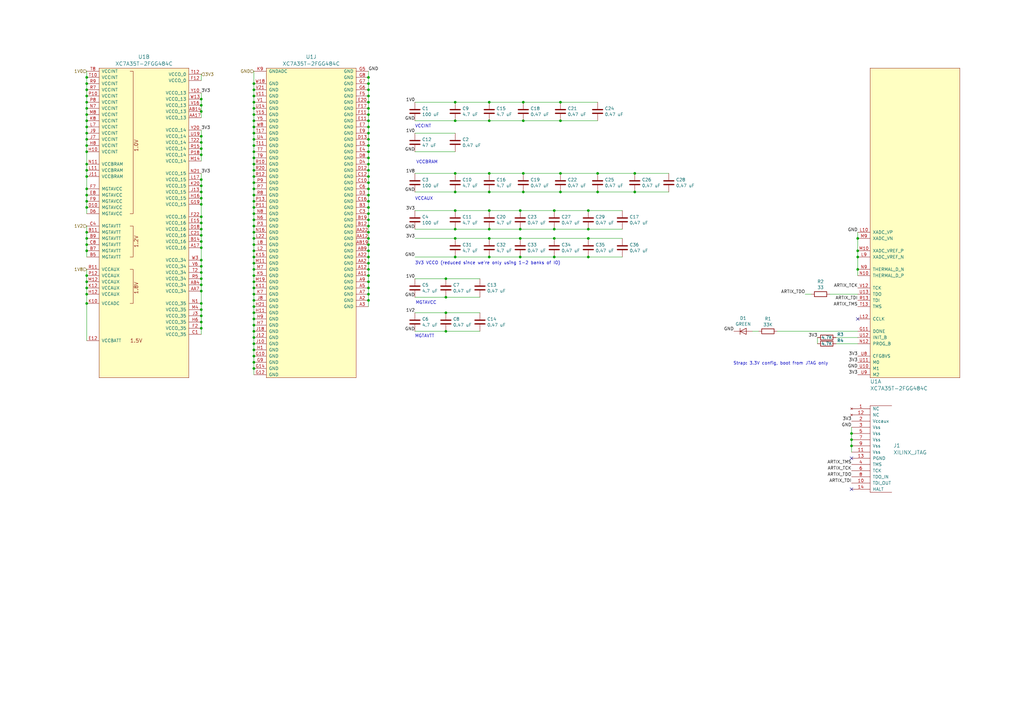
<source format=kicad_sch>
(kicad_sch (version 20231120) (generator "eeschema") (generator_version "8.0")
  (paper "A3")
  (title_block (title "Andrew D. Zonenberg") (date "2025-01-10") (rev "0.1") (company "Antikernel Labs"))
  (junction (at 213.36 86.36))
  (junction (at 245.11 78.74))
  (junction (at 82.55 132.08))
  (junction (at 104.14 135.89))
  (junction (at 182.88 114.3))
  (junction (at 35.56 67.31))
  (junction (at 349.25 182.88))
  (junction (at 151.13 57.15))
  (junction (at 35.56 102.87))
  (junction (at 151.13 113.03))
  (junction (at 104.14 54.61))
  (junction (at 104.14 128.27))
  (junction (at 151.13 87.63))
  (junction (at 151.13 39.37))
  (junction (at 151.13 34.29))
  (junction (at 104.14 77.47))
  (junction (at 213.36 97.79))
  (junction (at 35.56 77.47))
  (junction (at 151.13 85.09))
  (junction (at 151.13 54.61))
  (junction (at 151.13 110.49))
  (junction (at 245.11 71.12))
  (junction (at 35.56 95.25))
  (junction (at 82.55 40.64))
  (junction (at 186.69 93.98))
  (junction (at 35.56 52.07))
  (junction (at 82.55 96.52))
  (junction (at 151.13 123.19))
  (junction (at 229.87 78.74))
  (junction (at 104.14 46.99))
  (junction (at 104.14 62.23))
  (junction (at 82.55 119.38))
  (junction (at 151.13 31.75))
  (junction (at 200.66 78.74))
  (junction (at 200.66 41.91))
  (junction (at 241.3 93.98))
  (junction (at 151.13 105.41))
  (junction (at 186.69 97.79))
  (junction (at 214.63 78.74))
  (junction (at 104.14 92.71))
  (junction (at 35.56 59.69))
  (junction (at 35.56 31.75))
  (junction (at 104.14 74.93))
  (junction (at 104.14 52.07))
  (junction (at 104.14 44.45))
  (junction (at 104.14 87.63))
  (junction (at 151.13 46.99))
  (junction (at 151.13 49.53))
  (junction (at 82.55 99.06))
  (junction (at 82.55 116.84))
  (junction (at 104.14 107.95))
  (junction (at 35.56 34.29))
  (junction (at 35.56 80.01))
  (junction (at 151.13 118.11))
  (junction (at 104.14 118.11))
  (junction (at 260.35 71.12))
  (junction (at 151.13 36.83))
  (junction (at 82.55 76.2))
  (junction (at 104.14 41.91))
  (junction (at 186.69 78.74))
  (junction (at 104.14 148.59))
  (junction (at 200.66 86.36))
  (junction (at 82.55 124.46))
  (junction (at 151.13 95.25))
  (junction (at 104.14 105.41))
  (junction (at 104.14 97.79))
  (junction (at 82.55 58.42))
  (junction (at 104.14 36.83))
  (junction (at 227.33 97.79))
  (junction (at 186.69 86.36))
  (junction (at 104.14 85.09))
  (junction (at 214.63 41.91))
  (junction (at 104.14 140.97))
  (junction (at 241.3 105.41))
  (junction (at 104.14 151.13))
  (junction (at 104.14 138.43))
  (junction (at 351.79 105.41))
  (junction (at 200.66 49.53))
  (junction (at 35.56 49.53))
  (junction (at 104.14 123.19))
  (junction (at 351.79 97.79))
  (junction (at 151.13 102.87))
  (junction (at 82.55 134.62))
  (junction (at 151.13 59.69))
  (junction (at 35.56 118.11))
  (junction (at 104.14 102.87))
  (junction (at 213.36 105.41))
  (junction (at 35.56 46.99))
  (junction (at 104.14 130.81))
  (junction (at 82.55 129.54))
  (junction (at 227.33 105.41))
  (junction (at 151.13 97.79))
  (junction (at 229.87 49.53))
  (junction (at 35.56 82.55))
  (junction (at 82.55 73.66))
  (junction (at 104.14 67.31))
  (junction (at 349.25 177.8))
  (junction (at 151.13 41.91))
  (junction (at 104.14 34.29))
  (junction (at 35.56 39.37))
  (junction (at 104.14 133.35))
  (junction (at 151.13 72.39))
  (junction (at 151.13 77.47))
  (junction (at 151.13 67.31))
  (junction (at 104.14 80.01))
  (junction (at 104.14 125.73))
  (junction (at 35.56 72.39))
  (junction (at 241.3 86.36))
  (junction (at 200.66 93.98))
  (junction (at 82.55 101.6))
  (junction (at 82.55 88.9))
  (junction (at 104.14 143.51))
  (junction (at 35.56 85.09))
  (junction (at 151.13 64.77))
  (junction (at 35.56 44.45))
  (junction (at 35.56 100.33))
  (junction (at 349.25 180.34))
  (junction (at 82.55 60.96))
  (junction (at 182.88 135.89))
  (junction (at 82.55 55.88))
  (junction (at 82.55 111.76))
  (junction (at 82.55 81.28))
  (junction (at 104.14 95.25))
  (junction (at 82.55 91.44))
  (junction (at 151.13 62.23))
  (junction (at 82.55 78.74))
  (junction (at 214.63 49.53))
  (junction (at 82.55 45.72))
  (junction (at 104.14 100.33))
  (junction (at 104.14 110.49))
  (junction (at 200.66 71.12))
  (junction (at 35.56 62.23))
  (junction (at 35.56 41.91))
  (junction (at 151.13 82.55))
  (junction (at 35.56 69.85))
  (junction (at 260.35 78.74))
  (junction (at 186.69 105.41))
  (junction (at 104.14 115.57))
  (junction (at 82.55 93.98))
  (junction (at 104.14 146.05))
  (junction (at 35.56 124.46))
  (junction (at 104.14 57.15))
  (junction (at 182.88 128.27))
  (junction (at 104.14 72.39))
  (junction (at 200.66 97.79))
  (junction (at 35.56 57.15))
  (junction (at 82.55 127))
  (junction (at 35.56 120.65))
  (junction (at 151.13 120.65))
  (junction (at 227.33 86.36))
  (junction (at 229.87 71.12))
  (junction (at 227.33 93.98))
  (junction (at 35.56 36.83))
  (junction (at 35.56 54.61))
  (junction (at 104.14 90.17))
  (junction (at 104.14 64.77))
  (junction (at 151.13 80.01))
  (junction (at 82.55 114.3))
  (junction (at 182.88 121.92))
  (junction (at 82.55 106.68))
  (junction (at 104.14 113.03))
  (junction (at 35.56 115.57))
  (junction (at 35.56 97.79))
  (junction (at 35.56 113.03))
  (junction (at 151.13 100.33))
  (junction (at 104.14 59.69))
  (junction (at 151.13 52.07))
  (junction (at 104.14 120.65))
  (junction (at 213.36 93.98))
  (junction (at 186.69 41.91))
  (junction (at 214.63 71.12))
  (junction (at 229.87 41.91))
  (junction (at 104.14 69.85))
  (junction (at 151.13 74.93))
  (junction (at 151.13 107.95))
  (junction (at 104.14 39.37))
  (junction (at 151.13 90.17))
  (junction (at 104.14 49.53))
  (junction (at 241.3 97.79))
  (junction (at 82.55 43.18))
  (junction (at 82.55 109.22))
  (junction (at 351.79 102.87))
  (junction (at 151.13 115.57))
  (junction (at 151.13 44.45))
  (junction (at 82.55 83.82))
  (junction (at 186.69 49.53))
  (junction (at 151.13 69.85))
  (junction (at 104.14 82.55))
  (junction (at 200.66 105.41))
  (junction (at 186.69 71.12))
  (junction (at 82.55 63.5))
  (junction (at 151.13 92.71))
  (junction (at 351.79 110.49))
  (no_connect (at 349.25 187.96))
  (no_connect (at 349.25 200.66))
  (no_connect (at 351.79 130.81))
  (wire (pts (xy 213.36 93.98) (xy 227.33 93.98)))
  (wire (pts (xy 104.14 120.65) (xy 104.14 123.19)))
  (wire (pts (xy 104.14 113.03) (xy 104.14 115.57)))
  (wire (pts (xy 200.66 93.98) (xy 213.36 93.98)))
  (wire (pts (xy 241.3 97.79) (xy 255.27 97.79)))
  (wire (pts (xy 351.79 97.79) (xy 351.79 102.87)))
  (wire (pts (xy 104.14 102.87) (xy 104.14 105.41)))
  (wire (pts (xy 151.13 90.17) (xy 151.13 92.71)))
  (wire (pts (xy 104.14 100.33) (xy 104.14 102.87)))
  (wire (pts (xy 170.18 121.92) (xy 182.88 121.92)))
  (wire (pts (xy 104.14 34.29) (xy 104.14 36.83)))
  (wire (pts (xy 104.14 77.47) (xy 104.14 80.01)))
  (wire (pts (xy 151.13 115.57) (xy 151.13 118.11)))
  (wire (pts (xy 308.61 135.89) (xy 311.15 135.89)))
  (wire (pts (xy 104.14 128.27) (xy 104.14 130.81)))
  (wire (pts (xy 170.18 54.61) (xy 186.69 54.61)))
  (wire (pts (xy 151.13 120.65) (xy 151.13 123.19)))
  (wire (pts (xy 82.55 76.2) (xy 82.55 78.74)))
  (wire (pts (xy 200.66 97.79) (xy 213.36 97.79)))
  (wire (pts (xy 104.14 59.69) (xy 104.14 62.23)))
  (wire (pts (xy 104.14 115.57) (xy 104.14 118.11)))
  (wire (pts (xy 82.55 99.06) (xy 82.55 101.6)))
  (wire (pts (xy 104.14 82.55) (xy 104.14 85.09)))
  (wire (pts (xy 229.87 41.91) (xy 245.11 41.91)))
  (wire (pts (xy 214.63 49.53) (xy 229.87 49.53)))
  (wire (pts (xy 151.13 62.23) (xy 151.13 64.77)))
  (wire (pts (xy 245.11 71.12) (xy 260.35 71.12)))
  (wire (pts (xy 82.55 101.6) (xy 82.55 106.68)))
  (wire (pts (xy 82.55 45.72) (xy 82.55 48.26)))
  (wire (pts (xy 82.55 129.54) (xy 82.55 132.08)))
  (wire (pts (xy 151.13 44.45) (xy 151.13 46.99)))
  (wire (pts (xy 82.55 96.52) (xy 82.55 99.06)))
  (wire (pts (xy 104.14 62.23) (xy 104.14 64.77)))
  (wire (pts (xy 229.87 78.74) (xy 245.11 78.74)))
  (wire (pts (xy 104.14 52.07) (xy 104.14 54.61)))
  (wire (pts (xy 170.18 128.27) (xy 182.88 128.27)))
  (wire (pts (xy 170.18 62.23) (xy 186.69 62.23)))
  (wire (pts (xy 151.13 102.87) (xy 151.13 105.41)))
  (wire (pts (xy 104.14 64.77) (xy 104.14 67.31)))
  (wire (pts (xy 151.13 82.55) (xy 151.13 85.09)))
  (wire (pts (xy 170.18 97.79) (xy 186.69 97.79)))
  (wire (pts (xy 151.13 72.39) (xy 151.13 74.93)))
  (wire (pts (xy 186.69 49.53) (xy 200.66 49.53)))
  (wire (pts (xy 82.55 71.12) (xy 82.55 73.66)))
  (wire (pts (xy 170.18 71.12) (xy 186.69 71.12)))
  (wire (pts (xy 104.14 138.43) (xy 104.14 140.97)))
  (wire (pts (xy 104.14 87.63) (xy 104.14 90.17)))
  (wire (pts (xy 241.3 86.36) (xy 255.27 86.36)))
  (wire (pts (xy 104.14 130.81) (xy 104.14 133.35)))
  (wire (pts (xy 82.55 91.44) (xy 82.55 93.98)))
  (wire (pts (xy 82.55 88.9) (xy 82.55 91.44)))
  (wire (pts (xy 104.14 54.61) (xy 104.14 57.15)))
  (wire (pts (xy 151.13 29.21) (xy 151.13 31.75)))
  (wire (pts (xy 104.14 148.59) (xy 104.14 151.13)))
  (wire (pts (xy 82.55 63.5) (xy 82.55 66.04)))
  (wire (pts (xy 241.3 105.41) (xy 255.27 105.41)))
  (wire (pts (xy 104.14 110.49) (xy 104.14 113.03)))
  (wire (pts (xy 151.13 110.49) (xy 151.13 113.03)))
  (wire (pts (xy 227.33 97.79) (xy 241.3 97.79)))
  (wire (pts (xy 151.13 41.91) (xy 151.13 44.45)))
  (wire (pts (xy 151.13 57.15) (xy 151.13 59.69)))
  (wire (pts (xy 104.14 133.35) (xy 104.14 135.89)))
  (wire (pts (xy 104.14 107.95) (xy 104.14 110.49)))
  (wire (pts (xy 35.56 102.87) (xy 35.56 105.41)))
  (wire (pts (xy 260.35 78.74) (xy 274.32 78.74)))
  (wire (pts (xy 335.28 138.43) (xy 335.28 140.97)))
  (wire (pts (xy 82.55 53.34) (xy 82.55 55.88)))
  (wire (pts (xy 340.36 120.65) (xy 351.79 120.65)))
  (wire (pts (xy 104.14 90.17) (xy 104.14 92.71)))
  (wire (pts (xy 35.56 85.09) (xy 35.56 87.63)))
  (wire (pts (xy 351.79 95.25) (xy 351.79 97.79)))
  (wire (pts (xy 186.69 71.12) (xy 200.66 71.12)))
  (wire (pts (xy 104.14 85.09) (xy 104.14 87.63)))
  (wire (pts (xy 330.2 120.65) (xy 332.74 120.65)))
  (wire (pts (xy 35.56 49.53) (xy 35.56 52.07)))
  (wire (pts (xy 151.13 118.11) (xy 151.13 120.65)))
  (wire (pts (xy 82.55 134.62) (xy 82.55 137.16)))
  (wire (pts (xy 104.14 105.41) (xy 104.14 107.95)))
  (wire (pts (xy 35.56 120.65) (xy 35.56 124.46)))
  (wire (pts (xy 170.18 78.74) (xy 186.69 78.74)))
  (wire (pts (xy 104.14 74.93) (xy 104.14 77.47)))
  (wire (pts (xy 35.56 59.69) (xy 35.56 62.23)))
  (wire (pts (xy 35.56 54.61) (xy 35.56 57.15)))
  (wire (pts (xy 200.66 86.36) (xy 213.36 86.36)))
  (wire (pts (xy 318.77 135.89) (xy 351.79 135.89)))
  (wire (pts (xy 349.25 180.34) (xy 349.25 182.88)))
  (wire (pts (xy 82.55 109.22) (xy 82.55 111.76)))
  (wire (pts (xy 82.55 83.82) (xy 82.55 88.9)))
  (wire (pts (xy 82.55 30.48) (xy 82.55 33.02)))
  (wire (pts (xy 170.18 105.41) (xy 186.69 105.41)))
  (wire (pts (xy 104.14 151.13) (xy 104.14 153.67)))
  (wire (pts (xy 151.13 74.93) (xy 151.13 77.47)))
  (wire (pts (xy 151.13 85.09) (xy 151.13 87.63)))
  (wire (pts (xy 227.33 105.41) (xy 241.3 105.41)))
  (wire (pts (xy 182.88 135.89) (xy 196.85 135.89)))
  (wire (pts (xy 349.25 175.26) (xy 349.25 177.8)))
  (wire (pts (xy 214.63 41.91) (xy 229.87 41.91)))
  (wire (pts (xy 104.14 118.11) (xy 104.14 120.65)))
  (wire (pts (xy 151.13 36.83) (xy 151.13 39.37)))
  (wire (pts (xy 35.56 113.03) (xy 35.56 115.57)))
  (wire (pts (xy 104.14 67.31) (xy 104.14 69.85)))
  (wire (pts (xy 35.56 29.21) (xy 35.56 31.75)))
  (wire (pts (xy 104.14 97.79) (xy 104.14 100.33)))
  (wire (pts (xy 82.55 116.84) (xy 82.55 119.38)))
  (wire (pts (xy 213.36 105.41) (xy 227.33 105.41)))
  (wire (pts (xy 151.13 97.79) (xy 151.13 100.33)))
  (wire (pts (xy 200.66 105.41) (xy 213.36 105.41)))
  (wire (pts (xy 182.88 128.27) (xy 196.85 128.27)))
  (wire (pts (xy 151.13 92.71) (xy 151.13 95.25)))
  (wire (pts (xy 186.69 93.98) (xy 200.66 93.98)))
  (wire (pts (xy 151.13 34.29) (xy 151.13 36.83)))
  (wire (pts (xy 151.13 100.33) (xy 151.13 102.87)))
  (wire (pts (xy 104.14 44.45) (xy 104.14 46.99)))
  (wire (pts (xy 104.14 92.71) (xy 104.14 95.25)))
  (wire (pts (xy 104.14 95.25) (xy 104.14 97.79)))
  (wire (pts (xy 82.55 106.68) (xy 82.55 109.22)))
  (wire (pts (xy 35.56 52.07) (xy 35.56 54.61)))
  (wire (pts (xy 170.18 49.53) (xy 186.69 49.53)))
  (wire (pts (xy 186.69 41.91) (xy 200.66 41.91)))
  (wire (pts (xy 104.14 57.15) (xy 104.14 59.69)))
  (wire (pts (xy 200.66 71.12) (xy 214.63 71.12)))
  (wire (pts (xy 82.55 132.08) (xy 82.55 134.62)))
  (wire (pts (xy 104.14 39.37) (xy 104.14 41.91)))
  (wire (pts (xy 342.9 138.43) (xy 351.79 138.43)))
  (wire (pts (xy 104.14 72.39) (xy 104.14 74.93)))
  (wire (pts (xy 82.55 127) (xy 82.55 129.54)))
  (wire (pts (xy 35.56 95.25) (xy 35.56 97.79)))
  (wire (pts (xy 349.25 182.88) (xy 349.25 185.42)))
  (wire (pts (xy 351.79 110.49) (xy 351.79 113.03)))
  (wire (pts (xy 351.79 105.41) (xy 351.79 110.49)))
  (wire (pts (xy 82.55 93.98) (xy 82.55 96.52)))
  (wire (pts (xy 104.14 146.05) (xy 104.14 148.59)))
  (wire (pts (xy 35.56 72.39) (xy 35.56 77.47)))
  (wire (pts (xy 82.55 114.3) (xy 82.55 116.84)))
  (wire (pts (xy 104.14 29.21) (xy 104.14 34.29)))
  (wire (pts (xy 241.3 93.98) (xy 255.27 93.98)))
  (wire (pts (xy 182.88 121.92) (xy 196.85 121.92)))
  (wire (pts (xy 35.56 82.55) (xy 35.56 85.09)))
  (wire (pts (xy 214.63 71.12) (xy 229.87 71.12)))
  (wire (pts (xy 349.25 177.8) (xy 349.25 180.34)))
  (wire (pts (xy 35.56 39.37) (xy 35.56 41.91)))
  (wire (pts (xy 213.36 97.79) (xy 227.33 97.79)))
  (wire (pts (xy 82.55 119.38) (xy 82.55 124.46)))
  (wire (pts (xy 104.14 143.51) (xy 104.14 146.05)))
  (wire (pts (xy 151.13 54.61) (xy 151.13 57.15)))
  (wire (pts (xy 151.13 59.69) (xy 151.13 62.23)))
  (wire (pts (xy 104.14 69.85) (xy 104.14 72.39)))
  (wire (pts (xy 170.18 114.3) (xy 182.88 114.3)))
  (wire (pts (xy 200.66 41.91) (xy 214.63 41.91)))
  (wire (pts (xy 151.13 46.99) (xy 151.13 49.53)))
  (wire (pts (xy 35.56 67.31) (xy 35.56 69.85)))
  (wire (pts (xy 104.14 123.19) (xy 104.14 125.73)))
  (wire (pts (xy 35.56 44.45) (xy 35.56 46.99)))
  (wire (pts (xy 151.13 77.47) (xy 151.13 80.01)))
  (wire (pts (xy 170.18 135.89) (xy 182.88 135.89)))
  (wire (pts (xy 186.69 97.79) (xy 200.66 97.79)))
  (wire (pts (xy 82.55 73.66) (xy 82.55 76.2)))
  (wire (pts (xy 151.13 95.25) (xy 151.13 97.79)))
  (wire (pts (xy 151.13 87.63) (xy 151.13 90.17)))
  (wire (pts (xy 151.13 64.77) (xy 151.13 67.31)))
  (wire (pts (xy 170.18 86.36) (xy 186.69 86.36)))
  (wire (pts (xy 104.14 125.73) (xy 104.14 128.27)))
  (wire (pts (xy 82.55 60.96) (xy 82.55 63.5)))
  (wire (pts (xy 35.56 110.49) (xy 35.56 113.03)))
  (wire (pts (xy 35.56 34.29) (xy 35.56 36.83)))
  (wire (pts (xy 35.56 124.46) (xy 35.56 139.7)))
  (wire (pts (xy 151.13 49.53) (xy 151.13 52.07)))
  (wire (pts (xy 151.13 105.41) (xy 151.13 107.95)))
  (wire (pts (xy 82.55 38.1) (xy 82.55 40.64)))
  (wire (pts (xy 35.56 36.83) (xy 35.56 39.37)))
  (wire (pts (xy 82.55 43.18) (xy 82.55 45.72)))
  (wire (pts (xy 35.56 31.75) (xy 35.56 34.29)))
  (wire (pts (xy 82.55 58.42) (xy 82.55 60.96)))
  (wire (pts (xy 151.13 52.07) (xy 151.13 54.61)))
  (wire (pts (xy 104.14 135.89) (xy 104.14 138.43)))
  (wire (pts (xy 82.55 111.76) (xy 82.55 114.3)))
  (wire (pts (xy 35.56 57.15) (xy 35.56 59.69)))
  (wire (pts (xy 213.36 86.36) (xy 227.33 86.36)))
  (wire (pts (xy 151.13 123.19) (xy 151.13 125.73)))
  (wire (pts (xy 35.56 46.99) (xy 35.56 49.53)))
  (wire (pts (xy 229.87 71.12) (xy 245.11 71.12)))
  (wire (pts (xy 151.13 107.95) (xy 151.13 110.49)))
  (wire (pts (xy 82.55 81.28) (xy 82.55 83.82)))
  (wire (pts (xy 82.55 40.64) (xy 82.55 43.18)))
  (wire (pts (xy 200.66 49.53) (xy 214.63 49.53)))
  (wire (pts (xy 35.56 100.33) (xy 35.56 102.87)))
  (wire (pts (xy 35.56 77.47) (xy 35.56 80.01)))
  (wire (pts (xy 82.55 124.46) (xy 82.55 127)))
  (wire (pts (xy 35.56 69.85) (xy 35.56 72.39)))
  (wire (pts (xy 351.79 102.87) (xy 351.79 105.41)))
  (wire (pts (xy 229.87 49.53) (xy 245.11 49.53)))
  (wire (pts (xy 186.69 78.74) (xy 200.66 78.74)))
  (wire (pts (xy 82.55 55.88) (xy 82.55 58.42)))
  (wire (pts (xy 104.14 46.99) (xy 104.14 49.53)))
  (wire (pts (xy 200.66 78.74) (xy 214.63 78.74)))
  (wire (pts (xy 35.56 92.71) (xy 35.56 95.25)))
  (wire (pts (xy 182.88 114.3) (xy 196.85 114.3)))
  (wire (pts (xy 227.33 86.36) (xy 241.3 86.36)))
  (wire (pts (xy 82.55 78.74) (xy 82.55 81.28)))
  (wire (pts (xy 186.69 86.36) (xy 200.66 86.36)))
  (wire (pts (xy 104.14 41.91) (xy 104.14 44.45)))
  (wire (pts (xy 151.13 80.01) (xy 151.13 82.55)))
  (wire (pts (xy 104.14 49.53) (xy 104.14 52.07)))
  (wire (pts (xy 227.33 93.98) (xy 241.3 93.98)))
  (wire (pts (xy 35.56 62.23) (xy 35.56 67.31)))
  (wire (pts (xy 151.13 39.37) (xy 151.13 41.91)))
  (wire (pts (xy 151.13 113.03) (xy 151.13 115.57)))
  (wire (pts (xy 186.69 105.41) (xy 200.66 105.41)))
  (wire (pts (xy 245.11 78.74) (xy 260.35 78.74)))
  (wire (pts (xy 35.56 80.01) (xy 35.56 82.55)))
  (wire (pts (xy 170.18 41.91) (xy 186.69 41.91)))
  (wire (pts (xy 151.13 69.85) (xy 151.13 72.39)))
  (wire (pts (xy 104.14 36.83) (xy 104.14 39.37)))
  (wire (pts (xy 151.13 31.75) (xy 151.13 34.29)))
  (wire (pts (xy 35.56 118.11) (xy 35.56 120.65)))
  (wire (pts (xy 35.56 41.91) (xy 35.56 44.45)))
  (wire (pts (xy 104.14 140.97) (xy 104.14 143.51)))
  (wire (pts (xy 260.35 71.12) (xy 274.32 71.12)))
  (wire (pts (xy 35.56 97.79) (xy 35.56 100.33)))
  (wire (pts (xy 170.18 93.98) (xy 186.69 93.98)))
  (wire (pts (xy 151.13 67.31) (xy 151.13 69.85)))
  (wire (pts (xy 342.9 140.97) (xy 351.79 140.97)))
  (wire (pts (xy 35.56 115.57) (xy 35.56 118.11)))
  (wire (pts (xy 214.63 78.74) (xy 229.87 78.74)))
  (wire (pts (xy 104.14 80.01) (xy 104.14 82.55)))
  (text "Strap: 3.3V config, boot from JTAG only" (at 300.736 149.098 0) (effects (font (size 1.27 1.27)) (justify left)))
  (text "VCCAUX" (at 170.18 81.534 0) (effects (font (size 1.27 1.27)) (justify left)))
  (text "VCCINT" (at 170.18 51.816 0) (effects (font (size 1.27 1.27)) (justify left)))
  (text "3V3 VCCO (reduced since we're only using 1-2 banks of IO)" (at 170.18 107.95 0) (effects (font (size 1.27 1.27)) (justify left)))
  (text "MGTAVTT" (at 170.18 137.922 0) (effects (font (size 1.27 1.27)) (justify left)))
  (text "VCCBRAM" (at 170.688 66.548 0) (effects (font (size 1.27 1.27)) (justify left)))
  (text "MGTAVCC" (at 170.434 124.206 0) (effects (font (size 1.27 1.27)) (justify left)))
  (label "ARTIX_TDI" (at 349.25 198.12 180))
  (label "GND" (at 170.18 78.74 180))
  (label "1V0" (at 170.18 54.61 180))
  (label "ARTIX_TCK" (at 351.79 118.11 180))
  (label "GND" (at 170.18 62.23 180))
  (label "3V3" (at 351.79 153.67 180))
  (label "3V3" (at 351.79 146.05 180))
  (label "1V2" (at 170.18 128.27 180))
  (label "GND" (at 170.18 93.98 180))
  (label "ARTIX_TMS" (at 349.25 190.5 180))
  (label "3V3" (at 170.18 86.36 180))
  (label "GND" (at 151.13 29.21 0))
  (label "3V3" (at 82.55 53.34 0))
  (label "3V3" (at 82.55 71.12 0))
  (label "1V0" (at 170.18 114.3 180))
  (label "ARTIX_TDO" (at 330.2 120.65 180))
  (label "ARTIX_TDO" (at 349.25 195.58 180))
  (label "GND" (at 351.79 151.13 180))
  (label "ARTIX_TCK" (at 349.25 193.04 180))
  (label "GND" (at 170.18 135.89 180))
  (label "GND" (at 300.99 135.89 180))
  (label "ARTIX_TMS" (at 351.79 125.73 180))
  (label "1V0" (at 170.18 41.91 180))
  (label "1V8" (at 170.18 71.12 180))
  (label "3V3" (at 351.79 148.59 180))
  (label "GND" (at 170.18 121.92 180))
  (label "3V3" (at 349.25 172.72 180))
  (label "GND" (at 349.25 175.26 180))
  (label "GND" (at 351.79 95.25 180))
  (label "GND" (at 170.18 105.41 180))
  (label "3V3" (at 170.18 97.79 180))
  (label "3V3" (at 335.28 138.43 180))
  (label "3V3" (at 82.55 38.1 0))
  (label "ARTIX_TDI" (at 351.79 123.19 180))
  (label "GND" (at 170.18 49.53 180))
  (hierarchical_label "1V8" (shape input) (at 35.56 110.49 180))
  (hierarchical_label "GND" (shape input) (at 104.14 29.21 180))
  (hierarchical_label "1V0" (shape input) (at 35.56 29.21 180))
  (hierarchical_label "3V3" (shape input) (at 82.55 30.48 0))
  (hierarchical_label "1V2" (shape input) (at 35.56 92.71 180))
  (symbol (lib_id "xilinx-azonenberg:XC7AxxxT-xFBG484") (at 40.64 153.67 0) (unit 2)
    (property "Reference" "U1" (at 59.055 23.3096 0) (effects (font (size 1.524 1.524))))
    (property "Value" "XC7A35T-2FGG484C" (at 59.055 26.1425 0) (effects (font (size 1.524 1.524))))
    (property "Footprint" "azonenberg_pcb:BGA_484_22x22_FULLARRAY_1MM" (effects (hide yes)))
  )
  (symbol (lib_id "device:C") (at 227.33 90.17 0) (unit 1)
    (property "Reference" "C27" (at 230.251 88.9578 0) (effects (justify left)))
    (property "Value" "0.47 uF" (at 230.251 91.3821 0) (effects (justify left)))
    (property "Footprint" "azonenberg_pcb:EIA_0402_CAP_NOSILK" (effects (hide yes)))
    (property "Description" "Unpolarized capacitor" (effects (hide yes)))
  )
  (symbol (lib_id "device:C") (at 182.88 132.08 0) (unit 1)
    (property "Reference" "C8" (at 185.801 130.8678 0) (effects (justify left)))
    (property "Value" "0.47 uF" (at 185.801 133.2921 0) (effects (justify left)))
    (property "Footprint" "azonenberg_pcb:EIA_0402_CAP_NOSILK" (effects (hide yes)))
    (property "Description" "Unpolarized capacitor" (effects (hide yes)))
  )
  (symbol (lib_id "device:C") (at 274.32 74.93 0) (unit 1)
    (property "Reference" "C28" (at 277.241 73.7178 0) (effects (justify left)))
    (property "Value" "0.47 uF" (at 277.241 76.1421 0) (effects (justify left)))
    (property "Footprint" "azonenberg_pcb:EIA_0402_CAP_NOSILK" (effects (hide yes)))
    (property "Description" "Unpolarized capacitor" (effects (hide yes)))
  )
  (symbol (lib_id "device:C") (at 213.36 90.17 0) (unit 1)
    (property "Reference" "C23" (at 216.281 88.9578 0) (effects (justify left)))
    (property "Value" "0.47 uF" (at 216.281 91.3821 0) (effects (justify left)))
    (property "Footprint" "azonenberg_pcb:EIA_0402_CAP_NOSILK" (effects (hide yes)))
    (property "Description" "Unpolarized capacitor" (effects (hide yes)))
  )
  (symbol (lib_id "device:C") (at 186.69 74.93 0) (unit 1)
    (property "Reference" "C10" (at 189.611 73.7178 0) (effects (justify left)))
    (property "Value" "4.7 uF" (at 189.611 76.1421 0) (effects (justify left)))
    (property "Footprint" "azonenberg_pcb:EIA_0603_CAP_NOSILK" (effects (hide yes)))
    (property "Description" "Unpolarized capacitor" (effects (hide yes)))
  )
  (symbol (lib_id "device:C") (at 241.3 101.6 0) (unit 1)
    (property "Reference" "C35" (at 244.221 100.3878 0) (effects (justify left)))
    (property "Value" "0.47 uF" (at 244.221 102.8121 0) (effects (justify left)))
    (property "Footprint" "azonenberg_pcb:EIA_0402_CAP_NOSILK" (effects (hide yes)))
    (property "Description" "Unpolarized capacitor" (effects (hide yes)))
  )
  (symbol (lib_id "device:C") (at 255.27 101.6 0) (unit 1)
    (property "Reference" "C36" (at 258.191 100.3878 0) (effects (justify left)))
    (property "Value" "0.47 uF" (at 258.191 102.8121 0) (effects (justify left)))
    (property "Footprint" "azonenberg_pcb:EIA_0402_CAP_NOSILK" (effects (hide yes)))
    (property "Description" "Unpolarized capacitor" (effects (hide yes)))
  )
  (symbol (lib_id "device:C") (at 170.18 90.17 0) (unit 1)
    (property "Reference" "C4" (at 173.101 88.9578 0) (effects (justify left)))
    (property "Value" "100 uF" (at 173.101 91.3821 0) (effects (justify left)))
    (property "Footprint" "azonenberg_pcb:EIA_1210_CAP_NOSILK" (effects (hide yes)))
    (property "Description" "Unpolarized capacitor" (effects (hide yes)))
  )
  (symbol (lib_id "device:C") (at 170.18 132.08 0) (unit 1)
    (property "Reference" "C6" (at 173.101 130.8678 0) (effects (justify left)))
    (property "Value" "4.7 uF" (at 173.101 133.2921 0) (effects (justify left)))
    (property "Footprint" "azonenberg_pcb:EIA_0603_CAP_NOSILK" (effects (hide yes)))
    (property "Description" "Unpolarized capacitor" (effects (hide yes)))
  )
  (symbol (lib_id "device:C") (at 186.69 58.42 0) (unit 1)
    (property "Reference" "C2" (at 189.611 57.2078 0) (effects (justify left)))
    (property "Value" "0.47 uF" (at 189.611 59.6321 0) (effects (justify left)))
    (property "Footprint" "azonenberg_pcb:EIA_0402_CAP_NOSILK" (effects (hide yes)))
    (property "Description" "Unpolarized capacitor" (effects (hide yes)))
  )
  (symbol (lib_id "device:C") (at 196.85 132.08 0) (unit 1)
    (property "Reference" "C14" (at 199.771 130.8678 0) (effects (justify left)))
    (property "Value" "0.47 uF" (at 199.771 133.2921 0) (effects (justify left)))
    (property "Footprint" "azonenberg_pcb:EIA_0402_CAP_NOSILK" (effects (hide yes)))
    (property "Description" "Unpolarized capacitor" (effects (hide yes)))
  )
  (symbol (lib_id "device:C") (at 214.63 45.72 0) (unit 1)
    (property "Reference" "C18" (at 217.551 44.5078 0) (effects (justify left)))
    (property "Value" "0.47 uF" (at 217.551 46.9321 0) (effects (justify left)))
    (property "Footprint" "azonenberg_pcb:EIA_0402_CAP_NOSILK" (effects (hide yes)))
    (property "Description" "Unpolarized capacitor" (effects (hide yes)))
  )
  (symbol (lib_id "device:C") (at 170.18 58.42 0) (unit 1)
    (property "Reference" "C12" (at 173.101 57.2078 0) (effects (justify left)))
    (property "Value" "47 uF" (at 173.101 59.6321 0) (effects (justify left)))
    (property "Footprint" "azonenberg_pcb:EIA_1210_CAP_NOSILK" (effects (hide yes)))
    (property "Description" "Unpolarized capacitor" (effects (hide yes)))
  )
  (symbol (lib_id "device:C") (at 214.63 74.93 0) (unit 1)
    (property "Reference" "C19" (at 217.551 73.7178 0) (effects (justify left)))
    (property "Value" "0.47 uF" (at 217.551 76.1421 0) (effects (justify left)))
    (property "Footprint" "azonenberg_pcb:EIA_0402_CAP_NOSILK" (effects (hide yes)))
    (property "Description" "Unpolarized capacitor" (effects (hide yes)))
  )
  (symbol (lib_id "device:C") (at 182.88 118.11 0) (unit 1)
    (property "Reference" "C7" (at 185.801 116.8978 0) (effects (justify left)))
    (property "Value" "0.47 uF" (at 185.801 119.3221 0) (effects (justify left)))
    (property "Footprint" "azonenberg_pcb:EIA_0402_CAP_NOSILK" (effects (hide yes)))
    (property "Description" "Unpolarized capacitor" (effects (hide yes)))
  )
  (symbol (lib_id "device:C") (at 241.3 90.17 0) (unit 1)
    (property "Reference" "C29" (at 244.221 88.9578 0) (effects (justify left)))
    (property "Value" "0.47 uF" (at 244.221 91.3821 0) (effects (justify left)))
    (property "Footprint" "azonenberg_pcb:EIA_0402_CAP_NOSILK" (effects (hide yes)))
    (property "Description" "Unpolarized capacitor" (effects (hide yes)))
  )
  (symbol (lib_id "device:C") (at 255.27 90.17 0) (unit 1)
    (property "Reference" "C17" (at 258.191 88.9578 0) (effects (justify left)))
    (property "Value" "0.47 uF" (at 258.191 91.3821 0) (effects (justify left)))
    (property "Footprint" "azonenberg_pcb:EIA_0402_CAP_NOSILK" (effects (hide yes)))
    (property "Description" "Unpolarized capacitor" (effects (hide yes)))
  )
  (symbol (lib_id "device:C") (at 196.85 118.11 0) (unit 1)
    (property "Reference" "C13" (at 199.771 116.8978 0) (effects (justify left)))
    (property "Value" "0.47 uF" (at 199.771 119.3221 0) (effects (justify left)))
    (property "Footprint" "azonenberg_pcb:EIA_0402_CAP_NOSILK" (effects (hide yes)))
    (property "Description" "Unpolarized capacitor" (effects (hide yes)))
  )
  (symbol (lib_id "device:C") (at 200.66 90.17 0) (unit 1)
    (property "Reference" "C20" (at 203.581 88.9578 0) (effects (justify left)))
    (property "Value" "4.7 uF" (at 203.581 91.3821 0) (effects (justify left)))
    (property "Footprint" "azonenberg_pcb:EIA_0603_CAP_NOSILK" (effects (hide yes)))
    (property "Description" "Unpolarized capacitor" (effects (hide yes)))
  )
  (symbol (lib_id "device:C") (at 186.69 45.72 0) (unit 1)
    (property "Reference" "C9" (at 189.611 44.5078 0) (effects (justify left)))
    (property "Value" "4.7 uF" (at 189.611 46.9321 0) (effects (justify left)))
    (property "Footprint" "azonenberg_pcb:EIA_0603_CAP_NOSILK" (effects (hide yes)))
    (property "Description" "Unpolarized capacitor" (effects (hide yes)))
  )
  (symbol (lib_id "device:C") (at 245.11 74.93 0) (unit 1)
    (property "Reference" "C25" (at 248.031 73.7178 0) (effects (justify left)))
    (property "Value" "0.47 uF" (at 248.031 76.1421 0) (effects (justify left)))
    (property "Footprint" "azonenberg_pcb:EIA_0402_CAP_NOSILK" (effects (hide yes)))
    (property "Description" "Unpolarized capacitor" (effects (hide yes)))
  )
  (symbol (lib_id "device:C") (at 229.87 45.72 0) (unit 1)
    (property "Reference" "C21" (at 232.791 44.5078 0) (effects (justify left)))
    (property "Value" "0.47 uF" (at 232.791 46.9321 0) (effects (justify left)))
    (property "Footprint" "azonenberg_pcb:EIA_0402_CAP_NOSILK" (effects (hide yes)))
    (property "Description" "Unpolarized capacitor" (effects (hide yes)))
  )
  (symbol (lib_id "xilinx-azonenberg:XILINX_JTAG") (at 349.25 200.66 0) (unit 1)
    (property "Reference" "J1" (at 366.395 182.7335 0) (effects (font (size 1.524 1.524)) (justify left)))
    (property "Value" "XILINX_JTAG" (at 366.395 185.5664 0) (effects (font (size 1.524 1.524)) (justify left)))
    (property "Footprint" "azonenberg_pcb:XILINX_JTAG_PTH_MOLEX_0878311420" (effects (hide yes)))
  )
  (symbol (lib_id "device:R") (at 339.09 138.43 90) (unit 1)
    (property "Reference" "R3" (at 344.678 137.16 90))
    (property "Value" "4.7K" (at 339.09 138.43 90))
    (property "Footprint" "azonenberg_pcb:EIA_0402_RES_NOSILK" (effects (hide yes)))
    (property "Description" "Resistor" (effects (hide yes)))
  )
  (symbol (lib_id "device:C") (at 186.69 101.6 0) (unit 1)
    (property "Reference" "C31" (at 189.611 100.3878 0) (effects (justify left)))
    (property "Value" "4.7 uF" (at 189.611 102.8121 0) (effects (justify left)))
    (property "Footprint" "azonenberg_pcb:EIA_0603_CAP_NOSILK" (effects (hide yes)))
    (property "Description" "Unpolarized capacitor" (effects (hide yes)))
  )
  (symbol (lib_id "device:C") (at 200.66 74.93 0) (unit 1)
    (property "Reference" "C16" (at 203.581 73.7178 0) (effects (justify left)))
    (property "Value" "4.7 uF" (at 203.581 76.1421 0) (effects (justify left)))
    (property "Footprint" "azonenberg_pcb:EIA_0603_CAP_NOSILK" (effects (hide yes)))
    (property "Description" "Unpolarized capacitor" (effects (hide yes)))
  )
  (symbol (lib_id "device:C") (at 245.11 45.72 0) (unit 1)
    (property "Reference" "C24" (at 248.031 44.5078 0) (effects (justify left)))
    (property "Value" "0.47 uF" (at 248.031 46.9321 0) (effects (justify left)))
    (property "Footprint" "azonenberg_pcb:EIA_0402_CAP_NOSILK" (effects (hide yes)))
    (property "Description" "Unpolarized capacitor" (effects (hide yes)))
  )
  (symbol (lib_id "device:C") (at 170.18 118.11 0) (unit 1)
    (property "Reference" "C5" (at 173.101 116.8978 0) (effects (justify left)))
    (property "Value" "4.7 uF" (at 173.101 119.3221 0) (effects (justify left)))
    (property "Footprint" "azonenberg_pcb:EIA_0603_CAP_NOSILK" (effects (hide yes)))
    (property "Description" "Unpolarized capacitor" (effects (hide yes)))
  )
  (symbol (lib_id "device:R") (at 314.96 135.89 90) (unit 1)
    (property "Reference" "R1" (at 314.96 130.7295 90))
    (property "Value" "33K" (at 314.96 133.1538 90))
    (property "Footprint" "azonenberg_pcb:EIA_0402_RES_NOSILK" (effects (hide yes)))
    (property "Description" "Resistor" (effects (hide yes)))
  )
  (symbol (lib_id "xilinx-azonenberg:XC7AxxxT-xFBG484") (at 356.87 153.67 0) (unit 1)
    (property "Reference" "U1" (at 356.87 156.464 0) (effects (font (size 1.524 1.524)) (justify left)))
    (property "Value" "XC7A35T-2FGG484C" (at 356.87 159.2969 0) (effects (font (size 1.524 1.524)) (justify left)))
    (property "Footprint" "azonenberg_pcb:BGA_484_22x22_FULLARRAY_1MM" (effects (hide yes)))
  )
  (symbol (lib_id "device:R") (at 336.55 120.65 90) (unit 1)
    (property "Reference" "R2" (at 336.55 115.4895 90))
    (property "Value" "33" (at 336.55 117.9138 90))
    (property "Footprint" "azonenberg_pcb:EIA_0402_RES_NOSILK" (effects (hide yes)))
    (property "Description" "Resistor" (effects (hide yes)))
  )
  (symbol (lib_id "device:C") (at 229.87 74.93 0) (unit 1)
    (property "Reference" "C22" (at 232.791 73.7178 0) (effects (justify left)))
    (property "Value" "0.47 uF" (at 232.791 76.1421 0) (effects (justify left)))
    (property "Footprint" "azonenberg_pcb:EIA_0402_CAP_NOSILK" (effects (hide yes)))
    (property "Description" "Unpolarized capacitor" (effects (hide yes)))
  )
  (symbol (lib_id "device:C") (at 186.69 90.17 0) (unit 1)
    (property "Reference" "C11" (at 189.611 88.9578 0) (effects (justify left)))
    (property "Value" "4.7 uF" (at 189.611 91.3821 0) (effects (justify left)))
    (property "Footprint" "azonenberg_pcb:EIA_0603_CAP_NOSILK" (effects (hide yes)))
    (property "Description" "Unpolarized capacitor" (effects (hide yes)))
  )
  (symbol (lib_id "device:C") (at 170.18 74.93 0) (unit 1)
    (property "Reference" "C3" (at 173.101 73.7178 0) (effects (justify left)))
    (property "Value" "100 uF" (at 173.101 76.1421 0) (effects (justify left)))
    (property "Footprint" "azonenberg_pcb:EIA_1210_CAP_NOSILK" (effects (hide yes)))
    (property "Description" "Unpolarized capacitor" (effects (hide yes)))
  )
  (symbol (lib_id "device:C") (at 260.35 74.93 0) (unit 1)
    (property "Reference" "C26" (at 263.271 73.7178 0) (effects (justify left)))
    (property "Value" "0.47 uF" (at 263.271 76.1421 0) (effects (justify left)))
    (property "Footprint" "azonenberg_pcb:EIA_0402_CAP_NOSILK" (effects (hide yes)))
    (property "Description" "Unpolarized capacitor" (effects (hide yes)))
  )
  (symbol (lib_id "device:C") (at 213.36 101.6 0) (unit 1)
    (property "Reference" "C33" (at 216.281 100.3878 0) (effects (justify left)))
    (property "Value" "0.47 uF" (at 216.281 102.8121 0) (effects (justify left)))
    (property "Footprint" "azonenberg_pcb:EIA_0402_CAP_NOSILK" (effects (hide yes)))
    (property "Description" "Unpolarized capacitor" (effects (hide yes)))
  )
  (symbol (lib_id "device:C") (at 227.33 101.6 0) (unit 1)
    (property "Reference" "C34" (at 230.251 100.3878 0) (effects (justify left)))
    (property "Value" "0.47 uF" (at 230.251 102.8121 0) (effects (justify left)))
    (property "Footprint" "azonenberg_pcb:EIA_0402_CAP_NOSILK" (effects (hide yes)))
    (property "Description" "Unpolarized capacitor" (effects (hide yes)))
  )
  (symbol (lib_id "device:D") (at 304.8 135.89 0) (unit 1)
    (property "Reference" "D1" (at 304.8 130.5009 0))
    (property "Value" "GREEN" (at 304.8 132.9252 0))
    (property "Footprint" "azonenberg_pcb:EIA_0402_LED" (effects (hide yes)))
    (property "Description" "Diode" (effects (hide yes)))
  )
  (symbol (lib_id "xilinx-azonenberg:XC7AxxxT-xFBG484") (at 109.22 153.67 0) (unit 10)
    (property "Reference" "U1" (at 127.635 23.3096 0) (effects (font (size 1.524 1.524))))
    (property "Value" "XC7A35T-2FGG484C" (at 127.635 26.1425 0) (effects (font (size 1.524 1.524))))
    (property "Footprint" "azonenberg_pcb:BGA_484_22x22_FULLARRAY_1MM" (effects (hide yes)))
  )
  (symbol (lib_id "device:R") (at 339.09 140.97 90) (unit 1)
    (property "Reference" "R4" (at 344.678 139.7 90))
    (property "Value" "4.7K" (at 339.09 140.97 90))
    (property "Footprint" "azonenberg_pcb:EIA_0402_RES_NOSILK" (effects (hide yes)))
    (property "Description" "Resistor" (effects (hide yes)))
  )
  (symbol (lib_id "device:C") (at 170.18 45.72 0) (unit 1)
    (property "Reference" "C1" (at 173.101 44.5078 0) (effects (justify left)))
    (property "Value" "100 uF" (at 173.101 46.9321 0) (effects (justify left)))
    (property "Footprint" "azonenberg_pcb:EIA_1210_CAP_NOSILK" (effects (hide yes)))
    (property "Description" "Unpolarized capacitor" (effects (hide yes)))
  )
  (symbol (lib_id "device:C") (at 200.66 101.6 0) (unit 1)
    (property "Reference" "C32" (at 203.581 100.3878 0) (effects (justify left)))
    (property "Value" "4.7 uF" (at 203.581 102.8121 0) (effects (justify left)))
    (property "Footprint" "azonenberg_pcb:EIA_0603_CAP_NOSILK" (effects (hide yes)))
    (property "Description" "Unpolarized capacitor" (effects (hide yes)))
  )
  (symbol (lib_id "device:C") (at 200.66 45.72 0) (unit 1)
    (property "Reference" "C15" (at 203.581 44.5078 0) (effects (justify left)))
    (property "Value" "4.7 uF" (at 203.581 46.9321 0) (effects (justify left)))
    (property "Footprint" "azonenberg_pcb:EIA_0603_CAP_NOSILK" (effects (hide yes)))
    (property "Description" "Unpolarized capacitor" (effects (hide yes)))
  )
)
</source>
